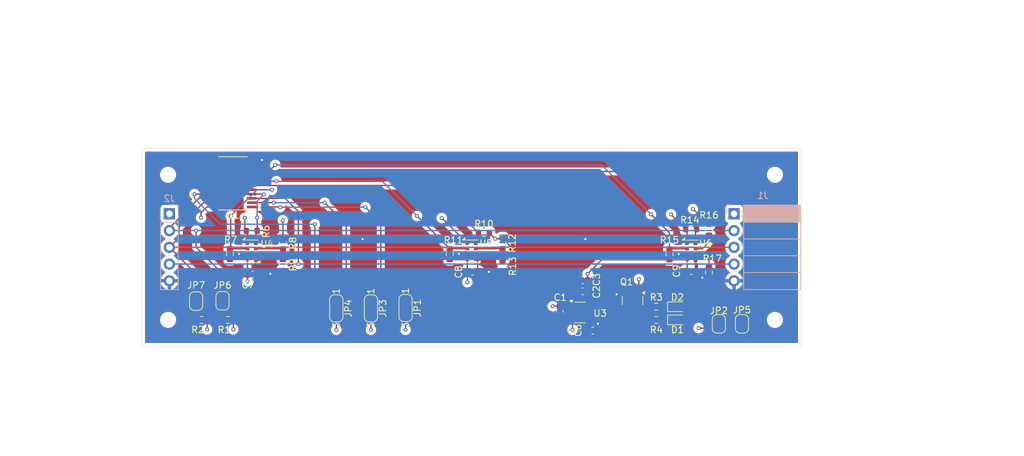
<source format=kicad_pcb>
(kicad_pcb (version 20240108) (generator "pcbnew") (generator_version "8.0")
  (layers (0 "F.Cu" signal) (1 "In1.Cu" power) (2 "In2.Cu" power) (31 "B.Cu" signal) (34 "B.Paste" user) (35 "F.Paste" user) (36 "B.SilkS" user "B.Silkscreen") (37 "F.SilkS" user "F.Silkscreen") (38 "B.Mask" user) (39 "F.Mask" user) (44 "Edge.Cuts" user))
  (net 0 "")
  (net 1 "GND")
  (net 2 "+1V8")
  (net 3 "Net-(D1-K)")
  (net 4 "Net-(D2-K)")
  (net 5 "/A0")
  (net 6 "/SDA_MASTER")
  (net 7 "/SCL_MASTER")
  (net 8 "/RESET")
  (net 9 "/A1")
  (net 10 "/A2")
  (net 11 "Net-(Q1-D)")
  (net 12 "/SD0")
  (net 13 "/SC0")
  (net 14 "/AS7341_0/INT")
  (net 15 "/SD1")
  (net 16 "/SC1")
  (net 17 "/AS7341_1/INT")
  (net 18 "/SD2")
  (net 19 "/SC2")
  (net 20 "/AS7341_2/INT")
  (net 21 "/SD3")
  (net 22 "/SC3")
  (net 23 "/SD4")
  (net 24 "/SC4")
  (net 25 "/SD5")
  (net 26 "/SC5")
  (net 27 "/SD6")
  (net 28 "/SC6")
  (net 29 "/SD7")
  (net 30 "/SC7")
  (net 31 "/AS7341_0/GPIO")
  (net 32 "/AS7341_1/GPIO")
  (net 33 "/AS7341_2/GPIO")
  (net 34 "VCC")
  (net 35 "Net-(D1-A)")
  (net 36 "Net-(D2-A)")
  (net 37 "Net-(U3-BP)")
  (net 38 "Net-(JP6-B)")
  (net 39 "Net-(JP7-B)")
  (footprint "Package_SO:TSSOP-24_4.4x7.8mm_P0.65mm" (layer "F.Cu") (at 153.5877 80.3 180)
    (property "Reference" "U1" (at 0 -4.85 180) (layer "F.SilkS"))
    (property "Value" "TCA9548APWR")
    (pad "1" smd roundrect (at -2.8625 -3.575 180) (size 1.475 0.4) (layers "F.Cu" "F.Paste" "F.Mask") (net 5 "/A0"))
    (pad "2" smd roundrect (at -2.8625 -2.925 180) (size 1.475 0.4) (layers "F.Cu" "F.Paste" "F.Mask") (net 9 "/A1"))
    (pad "3" smd roundrect (at -2.8625 -2.275 180) (size 1.475 0.4) (layers "F.Cu" "F.Paste" "F.Mask") (net 8 "/RESET"))
    (pad "4" smd roundrect (at -2.8625 -1.625 180) (size 1.475 0.4) (layers "F.Cu" "F.Paste" "F.Mask") (net 12 "/SD0"))
    (pad "5" smd roundrect (at -2.8625 -0.975 180) (size 1.475 0.4) (layers "F.Cu" "F.Paste" "F.Mask") (net 13 "/SC0"))
    (pad "6" smd roundrect (at -2.8625 -0.325 180) (size 1.475 0.4) (layers "F.Cu" "F.Paste" "F.Mask") (net 15 "/SD1"))
    (pad "7" smd roundrect (at -2.8625 0.325 180) (size 1.475 0.4) (layers "F.Cu" "F.Paste" "F.Mask") (net 16 "/SC1"))
    (pad "8" smd roundrect (at -2.8625 0.975 180) (size 1.475 0.4) (layers "F.Cu" "F.Paste" "F.Mask") (net 18 "/SD2"))
    (pad "9" smd roundrect (at -2.8625 1.625 180) (size 1.475 0.4) (layers "F.Cu" "F.Paste" "F.Mask") (net 19 "/SC2"))
    (pad "10" smd roundrect (at -2.8625 2.275 180) (size 1.475 0.4) (layers "F.Cu" "F.Paste" "F.Mask") (net 21 "/SD3"))
    (pad "11" smd roundrect (at -2.8625 2.925 180) (size 1.475 0.4) (layers "F.Cu" "F.Paste" "F.Mask") (net 22 "/SC3"))
    (pad "12" smd roundrect (at -2.8625 3.575 180) (size 1.475 0.4) (layers "F.Cu" "F.Paste" "F.Mask") (net 1 "GND"))
    (pad "13" smd roundrect (at 2.8625 3.575 180) (size 1.475 0.4) (layers "F.Cu" "F.Paste" "F.Mask") (net 23 "/SD4"))
    (pad "14" smd roundrect (at 2.8625 2.925 180) (size 1.475 0.4) (layers "F.Cu" "F.Paste" "F.Mask") (net 24 "/SC4"))
    (pad "15" smd roundrect (at 2.8625 2.275 180) (size 1.475 0.4) (layers "F.Cu" "F.Paste" "F.Mask") (net 25 "/SD5"))
    (pad "16" smd roundrect (at 2.8625 1.625 180) (size 1.475 0.4) (layers "F.Cu" "F.Paste" "F.Mask") (net 26 "/SC5"))
    (pad "17" smd roundrect (at 2.8625 0.975 180) (size 1.475 0.4) (layers "F.Cu" "F.Paste" "F.Mask") (net 27 "/SD6"))
    (pad "18" smd roundrect (at 2.8625 0.325 180) (size 1.475 0.4) (layers "F.Cu" "F.Paste" "F.Mask") (net 28 "/SC6"))
    (pad "19" smd roundrect (at 2.8625 -0.325 180) (size 1.475 0.4) (layers "F.Cu" "F.Paste" "F.Mask") (net 29 "/SD7"))
    (pad "20" smd roundrect (at 2.8625 -0.975 180) (size 1.475 0.4) (layers "F.Cu" "F.Paste" "F.Mask") (net 30 "/SC7"))
    (pad "21" smd roundrect (at 2.8625 -1.625 180) (size 1.475 0.4) (layers "F.Cu" "F.Paste" "F.Mask") (net 10 "/A2"))
    (pad "22" smd roundrect (at 2.8625 -2.275 180) (size 1.475 0.4) (layers "F.Cu" "F.Paste" "F.Mask") (net 7 "/SCL_MASTER"))
    (pad "23" smd roundrect (at 2.8625 -2.925 180) (size 1.475 0.4) (layers "F.Cu" "F.Paste" "F.Mask") (net 6 "/SDA_MASTER"))
    (pad "24" smd roundrect (at 2.8625 -3.575 180) (size 1.475 0.4) (layers "F.Cu" "F.Paste" "F.Mask") (net 34 "VCC"))
  )
  (footprint "Capacitor_SMD:C_0603_1608Metric" (layer "F.Cu") (at 189.9254 93.71 180)
    (property "Reference" "C8" (at 2.112566 -0.019179 90) (layer "F.SilkS"))
    (property "Value" "100nF")
    (pad "1" smd roundrect (at -0.775 0 180) (size 0.9 0.95) (layers "F.Cu" "F.Paste" "F.Mask") (net 1 "GND"))
    (pad "2" smd roundrect (at 0.775 0 180) (size 0.9 0.95) (layers "F.Cu" "F.Paste" "F.Mask") (net 2 "+1V8"))
  )
  (footprint "Package_TO_SOT_SMD:SOT-23-5" (layer "F.Cu") (at 206.220256 99.875379)
    (property "Reference" "U3" (at 3.054944 0.124621 0) (layer "F.SilkS"))
    (property "Value" "RT9193-18")
    (pad "1" smd roundrect (at -1.1375 -0.95) (size 1.325 0.6) (layers "F.Cu" "F.Paste" "F.Mask") (net 34 "VCC"))
    (pad "2" smd roundrect (at -1.1375 0) (size 1.325 0.6) (layers "F.Cu" "F.Paste" "F.Mask") (net 1 "GND"))
    (pad "3" smd roundrect (at -1.1375 0.95) (size 1.325 0.6) (layers "F.Cu" "F.Paste" "F.Mask") (net 34 "VCC"))
    (pad "4" smd roundrect (at 1.1375 0.95) (size 1.325 0.6) (layers "F.Cu" "F.Paste" "F.Mask") (net 37 "Net-(U3-BP)"))
    (pad "5" smd roundrect (at 1.1375 -0.95) (size 1.325 0.6) (layers "F.Cu" "F.Paste" "F.Mask") (net 2 "+1V8"))
  )
  (footprint "Resistor_SMD:R_0603_1608Metric" (layer "F.Cu") (at 225.7752 87.325 90)
    (property "Reference" "R16" (at 2.2 0 180) (layer "F.SilkS"))
    (property "Value" "10k")
    (pad "1" smd roundrect (at -0.825 0 90) (size 0.8 0.95) (layers "F.Cu" "F.Paste" "F.Mask") (net 20 "/AS7341_2/INT"))
    (pad "2" smd roundrect (at 0.825 0 90) (size 0.8 0.95) (layers "F.Cu" "F.Paste" "F.Mask") (net 2 "+1V8"))
  )
  (footprint "Package_LGA:AMS_OLGA-8_2x3.1mm_P0.8mm" (layer "F.Cu") (at 189.7752 90.6)
    (property "Reference" "U5" (at 2.2 -1.2 0) (layer "F.SilkS"))
    (property "Value" "AS7341DLG")
    (pad "1" smd roundrect (at -0.638 -1.2) (size 0.575 0.488) (layers "F.Cu" "F.Paste" "F.Mask") (roundrect_rratio 0) (chamfer_ratio 0.3625) (chamfer bottom_right) (net 2 "+1V8"))
    (pad "2" smd rect (at -0.638 -0.4) (size 0.575 0.488) (layers "F.Cu" "F.Paste" "F.Mask") (net 16 "/SC1"))
    (pad "3" smd rect (at -0.638 0.4) (size 0.575 0.488) (layers "F.Cu" "F.Paste" "F.Mask") (net 1 "GND"))
    (pad "4" smd rect (at -0.638 1.2) (size 0.575 0.488) (layers "F.Cu" "F.Paste" "F.Mask") (net 2 "+1V8"))
    (pad "5" smd rect (at 0.638 1.2) (size 0.575 0.488) (layers "F.Cu" "F.Paste" "F.Mask") (net 1 "GND"))
    (pad "6" smd rect (at 0.638 0.4) (size 0.575 0.488) (layers "F.Cu" "F.Paste" "F.Mask") (net 32 "/AS7341_1/GPIO"))
    (pad "7" smd rect (at 0.638 -0.4) (size 0.575 0.488) (layers "F.Cu" "F.Paste" "F.Mask") (net 17 "/AS7341_1/INT"))
    (pad "8" smd rect (at 0.638 -1.2) (size 0.575 0.488) (layers "F.Cu" "F.Paste" "F.Mask") (net 15 "/SD1"))
  )
  (footprint "Jumper:SolderJumper-2_P1.3mm_Open_RoundedPad1.0x1.5mm" (layer "F.Cu") (at 148.0252 98.15 -90)
    (property "Reference" "JP7" (at -2.4 0 180) (layer "F.SilkS"))
    (property "Value" "SolderJumper_2_Open")
    (pad "1" smd custom (at -0.65 0 270) (size 1 0.5) (layers "F.Cu" "F.Mask") (net 6 "/SDA_MASTER") (options (clearance outline) (anchor rect)) (primitives (gr_circle (center 0 0.25) (end 0.5 0.25) (width 0) (fill yes)) (gr_circle (center 0 -0.25) (end 0.5 -0.25) (width 0) (fill yes)) (gr_poly (pts (xy 0.5 0.75) (xy 0 0.75) (xy 0 -0.75) (xy 0.5 -0.75)) (width 0) (fill yes))))
    (pad "2" smd custom (at 0.65 0 270) (size 1 0.5) (layers "F.Cu" "F.Mask") (net 39 "Net-(JP7-B)") (options (clearance outline) (anchor rect)) (primitives (gr_circle (center 0 0.25) (end 0.5 0.25) (width 0) (fill yes)) (gr_circle (center 0 -0.25) (end 0.5 -0.25) (width 0) (fill yes)) (gr_poly (pts (xy 0 0.75) (xy -0.5 0.75) (xy -0.5 -0.75) (xy 0 -0.75)) (width 0) (fill yes))))
  )
  (footprint "Package_LGA:AMS_OLGA-8_2x3.1mm_P0.8mm" (layer "F.Cu") (at 223.099345 90.618338)
    (property "Reference" "U6" (at 2.175855 -1.218338 0) (layer "F.SilkS"))
    (property "Value" "AS7341DLG")
    (pad "1" smd roundrect (at -0.638 -1.2) (size 0.575 0.488) (layers "F.Cu" "F.Paste" "F.Mask") (roundrect_rratio 0) (chamfer_ratio 0.3625) (chamfer bottom_right) (net 2 "+1V8"))
    (pad "2" smd rect (at -0.638 -0.4) (size 0.575 0.488) (layers "F.Cu" "F.Paste" "F.Mask") (net 19 "/SC2"))
    (pad "3" smd rect (at -0.638 0.4) (size 0.575 0.488) (layers "F.Cu" "F.Paste" "F.Mask") (net 1 "GND"))
    (pad "4" smd rect (at -0.638 1.2) (size 0.575 0.488) (layers "F.Cu" "F.Paste" "F.Mask") (net 2 "+1V8"))
    (pad "5" smd rect (at 0.638 1.2) (size 0.575 0.488) (layers "F.Cu" "F.Paste" "F.Mask") (net 1 "GND"))
    (pad "6" smd rect (at 0.638 0.4) (size 0.575 0.488) (layers "F.Cu" "F.Paste" "F.Mask") (net 33 "/AS7341_2/GPIO"))
    (pad "7" smd rect (at 0.638 -0.4) (size 0.575 0.488) (layers "F.Cu" "F.Paste" "F.Mask") (net 20 "/AS7341_2/INT"))
    (pad "8" smd rect (at 0.638 -1.2) (size 0.575 0.488) (layers "F.Cu" "F.Paste" "F.Mask") (net 18 "/SD2"))
  )
  (footprint "Resistor_SMD:R_0603_1608Metric" (layer "F.Cu") (at 223.0752 87.249044 180)
    (property "Reference" "R14" (at 0.2 1.397617 0) (layer "F.SilkS"))
    (property "Value" "4.7k")
    (pad "1" smd roundrect (at -0.825 0 180) (size 0.8 0.95) (layers "F.Cu" "F.Paste" "F.Mask") (net 18 "/SD2"))
    (pad "2" smd roundrect (at 0.825 0 180) (size 0.8 0.95) (layers "F.Cu" "F.Paste" "F.Mask") (net 2 "+1V8"))
  )
  (footprint "Package_LGA:AMS_OLGA-8_2x3.1mm_P0.8mm" (layer "F.Cu") (at 156.4452 90.6)
    (property "Reference" "U4" (at 2.33 -1.1 0) (layer "F.SilkS"))
    (property "Value" "AS7341DLG")
    (pad "1" smd roundrect (at -0.638 -1.2) (size 0.575 0.488) (layers "F.Cu" "F.Paste" "F.Mask") (roundrect_rratio 0) (chamfer_ratio 0.3625) (chamfer bottom_right) (net 2 "+1V8"))
    (pad "2" smd rect (at -0.638 -0.4) (size 0.575 0.488) (layers "F.Cu" "F.Paste" "F.Mask") (net 13 "/SC0"))
    (pad "3" smd rect (at -0.638 0.4) (size 0.575 0.488) (layers "F.Cu" "F.Paste" "F.Mask") (net 1 "GND"))
    (pad "4" smd rect (at -0.638 1.2) (size 0.575 0.488) (layers "F.Cu" "F.Paste" "F.Mask") (net 2 "+1V8"))
    (pad "5" smd rect (at 0.638 1.2) (size 0.575 0.488) (layers "F.Cu" "F.Paste" "F.Mask") (net 1 "GND"))
    (pad "6" smd rect (at 0.638 0.4) (size 0.575 0.488) (layers "F.Cu" "F.Paste" "F.Mask") (net 31 "/AS7341_0/GPIO"))
    (pad "7" smd rect (at 0.638 -0.4) (size 0.575 0.488) (layers "F.Cu" "F.Paste" "F.Mask") (net 14 "/AS7341_0/INT"))
    (pad "8" smd rect (at 0.638 -1.2) (size 0.575 0.488) (layers "F.Cu" "F.Paste" "F.Mask") (net 12 "/SD0"))
  )
  (footprint "Jumper:SolderJumper-2_P1.3mm_Bridged_RoundedPad1.0x1.5mm" (layer "F.Cu") (at 230.7752 101.6 -90)
    (property "Reference" "JP5" (at -2.1 0 180) (layer "F.SilkS"))
    (property "Value" "SolderJumper_2_Bridged")
    (fp_poly (pts (xy 0.25 -0.3) (xy -0.25 -0.3) (xy -0.25 0.3) (xy 0.25 0.3)) (fill solid) (layer "F.Cu"))
    (pad "1" smd custom (at -0.65 0 270) (size 1 0.5) (layers "F.Cu" "F.Mask") (net 36 "Net-(D2-A)") (options (clearance outline) (anchor rect)) (primitives (gr_circle (center 0 0.25) (end 0.5 0.25) (width 0) (fill yes)) (gr_circle (center 0 -0.25) (end 0.5 -0.25) (width 0) (fill yes)) (gr_poly (pts (xy 0.5 0.75) (xy 0 0.75) (xy 0 -0.75) (xy 0.5 -0.75)) (width 0) (fill yes))))
    (pad "2" smd custom (at 0.65 0 270) (size 1 0.5) (layers "F.Cu" "F.Mask") (net 34 "VCC") (options (clearance outline) (anchor rect)) (primitives (gr_circle (center 0 0.25) (end 0.5 0.25) (width 0) (fill yes)) (gr_circle (center 0 -0.25) (end 0.5 -0.25) (width 0) (fill yes)) (gr_poly (pts (xy 0 0.75) (xy -0.5 0.75) (xy -0.5 -0.75) (xy 0 -0.75)) (width 0) (fill yes))))
  )
  (footprint "Capacitor_SMD:C_0603_1608Metric" (layer "F.Cu") (at 206.601101 96.681545 180)
    (property "Reference" "C2" (at -2.135 -0.1 -90) (layer "F.SilkS"))
    (property "Value" "1uF")
    (pad "1" smd roundrect (at -0.775 0 180) (size 0.9 0.95) (layers "F.Cu" "F.Paste" "F.Mask") (net 2 "+1V8"))
    (pad "2" smd roundrect (at 0.775 0 180) (size 0.9 0.95) (layers "F.Cu" "F.Paste" "F.Mask") (net 1 "GND"))
  )
  (footprint "MountingHole:MountingHole_2.2mm_M2" (layer "F.Cu") (at 235.7752 101)
    (property "Reference" "REF**" (hide yes))
    (property "Value" "MountingHole_2.2mm_M2")
    (pad "" np_thru_hole circle (at 0 0) (size 2.2 2.2) (drill 2.2) (layers "*.Mask" "F.Cu" "In1.Cu" "In2.Cu" "B.Cu"))
  )
  (footprint "Diode_SMD:D_0603_1608Metric" (layer "F.Cu") (at 220.9877 99)
    (property "Reference" "D2" (at 0 -1.43 0) (layer "F.SilkS"))
    (property "Value" "RED")
    (pad "1" smd roundrect (at -0.7875 0) (size 0.875 0.95) (layers "F.Cu" "F.Paste" "F.Mask") (net 4 "Net-(D2-K)"))
    (pad "2" smd roundrect (at 0.7875 0) (size 0.875 0.95) (layers "F.Cu" "F.Paste" "F.Mask") (net 36 "Net-(D2-A)"))
  )
  (footprint "MountingHole:MountingHole_2.2mm_M2" (layer "F.Cu") (at 235.7752 79)
    (property "Reference" "REF**" (hide yes))
    (property "Value" "MountingHole_2.2mm_M2")
    (pad "" np_thru_hole circle (at 0 0) (size 2.2 2.2) (drill 2.2) (layers "*.Mask" "F.Cu" "In1.Cu" "In2.Cu" "B.Cu"))
  )
  (footprint "Resistor_SMD:R_0603_1608Metric" (layer "F.Cu") (at 194.4752 92.875 90)
    (property "Reference" "R13" (at 0 1.55 90) (layer "F.SilkS"))
    (property "Value" "10k")
    (pad "1" smd roundrect (at -0.825 0 90) (size 0.8 0.95) (layers "F.Cu" "F.Paste" "F.Mask") (net 1 "GND"))
    (pad "2" smd roundrect (at 0.825 0 90) (size 0.8 0.95) (layers "F.Cu" "F.Paste" "F.Mask") (net 32 "/AS7341_1/GPIO"))
  )
  (footprint "Resistor_SMD:R_0603_1608Metric" (layer "F.Cu") (at 153.1452 91.025 -90)
    (property "Reference" "R7" (at -2.175 -0.1 180) (layer "F.SilkS"))
    (property "Value" "4.7k")
    (pad "1" smd roundrect (at -0.825 0 270) (size 0.8 0.95) (layers "F.Cu" "F.Paste" "F.Mask") (net 13 "/SC0"))
    (pad "2" smd roundrect (at 0.825 0 270) (size 0.8 0.95) (layers "F.Cu" "F.Paste" "F.Mask") (net 2 "+1V8"))
  )
  (footprint "Capacitor_SMD:C_0603_1608Metric" (layer "F.Cu") (at 206.601101 94.981545 180)
    (property "Reference" "C3" (at -2.135 0.1 -90) (layer "F.SilkS"))
    (property "Value" "100nF")
    (pad "1" smd roundrect (at -0.775 0 180) (size 0.9 0.95) (layers "F.Cu" "F.Paste" "F.Mask") (net 2 "+1V8"))
    (pad "2" smd roundrect (at 0.775 0 180) (size 0.9 0.95) (layers "F.Cu" "F.Paste" "F.Mask") (net 1 "GND"))
  )
  (footprint "MountingHole:MountingHole_2.2mm_M2" (layer "F.Cu") (at 143.7752 101)
    (property "Reference" "REF**" (hide yes))
    (property "Value" "MountingHole_2.2mm_M2")
    (pad "" np_thru_hole circle (at 0 0) (size 2.2 2.2) (drill 2.2) (layers "*.Mask" "F.Cu" "In1.Cu" "In2.Cu" "B.Cu"))
  )
  (footprint "Resistor_SMD:R_0603_1608Metric" (layer "F.Cu") (at 156.452129 87.5 180)
    (property "Reference" "R6" (at -2.175 -0.1 -90) (layer "F.SilkS"))
    (property "Value" "4.7k")
    (pad "1" smd roundrect (at -0.825 0 180) (size 0.8 0.95) (layers "F.Cu" "F.Paste" "F.Mask") (net 12 "/SD0"))
    (pad "2" smd roundrect (at 0.825 0 180) (size 0.8 0.95) (layers "F.Cu" "F.Paste" "F.Mask") (net 2 "+1V8"))
  )
  (footprint "Jumper:SolderJumper-2_P1.3mm_Bridged_RoundedPad1.0x1.5mm" (layer "F.Cu") (at 227.2752 101.6 -90)
    (property "Reference" "JP2" (at -2 0 180) (layer "F.SilkS"))
    (property "Value" "SolderJumper_2_Bridged")
    (fp_poly (pts (xy 0.25 -0.3) (xy -0.25 -0.3) (xy -0.25 0.3) (xy 0.25 0.3)) (fill solid) (layer "F.Cu"))
    (pad "1" smd custom (at -0.65 0 270) (size 1 0.5) (layers "F.Cu" "F.Mask") (net 35 "Net-(D1-A)") (options (clearance outline) (anchor rect)) (primitives (gr_circle (center 0 0.25) (end 0.5 0.25) (width 0) (fill yes)) (gr_circle (center 0 -0.25) (end 0.5 -0.25) (width 0) (fill yes)) (gr_poly (pts (xy 0.5 0.75) (xy 0 0.75) (xy 0 -0.75) (xy 0.5 -0.75)) (width 0) (fill yes))))
    (pad "2" smd custom (at 0.65 0 270) (size 1 0.5) (layers "F.Cu" "F.Mask") (net 34 "VCC") (options (clearance outline) (anchor rect)) (primitives (gr_circle (center 0 0.25) (end 0.5 0.25) (width 0) (fill yes)) (gr_circle (center 0 -0.25) (end 0.5 -0.25) (width 0) (fill yes)) (gr_poly (pts (xy 0 0.75) (xy -0.5 0.75) (xy -0.5 -0.75) (xy 0 -0.75)) (width 0) (fill yes))))
  )
  (footprint "Package_TO_SOT_SMD:SOT-23" (layer "F.Cu") (at 214.1877 98.0625 -90)
    (property "Reference" "Q1" (at -2.8125 0.9 180) (layer "F.SilkS"))
    (property "Value" "AO3400A")
    (pad "1" smd roundrect (at -0.9375 -0.95 270) (size 1.475 0.6) (layers "F.Cu" "F.Paste" "F.Mask") (net 2 "+1V8"))
    (pad "2" smd roundrect (at -0.9375 0.95 270) (size 1.475 0.6) (layers "F.Cu" "F.Paste" "F.Mask") (net 1 "GND"))
    (pad "3" smd roundrect (at 0.9375 0 270) (size 1.475 0.6) (layers "F.Cu" "F.Paste" "F.Mask") (net 11 "Net-(Q1-D)"))
  )
  (footprint "Capacitor_SMD:C_0603_1608Metric" (layer "F.Cu") (at 223.1002 93.6 180)
    (property "Reference" "C9" (at 2.225 0 -90) (layer "F.SilkS"))
    (property "Value" "100nF")
    (pad "1" smd roundrect (at -0.775 0 180) (size 0.9 0.95) (layers "F.Cu" "F.Paste" "F.Mask") (net 1 "GND"))
    (pad "2" smd roundrect (at 0.775 0 180) (size 0.9 0.95) (layers "F.Cu" "F.Paste" "F.Mask") (net 2 "+1V8"))
  )
  (footprint "Capacitor_SMD:C_0603_1608Metric" (layer "F.Cu") (at 156.587269 94.139534 180)
    (property "Reference" "C7" (at 0.717069 -1.575 180) (layer "F.SilkS"))
    (property "Value" "100nF")
    (pad "1" smd roundrect (at -0.775 0 180) (size 0.9 0.95) (layers "F.Cu" "F.Paste" "F.Mask") (net 1 "GND"))
    (pad "2" smd roundrect (at 0.775 0 180) (size 0.9 0.95) (layers "F.Cu" "F.Paste" "F.Mask") (net 2 "+1V8"))
  )
  (footprint "Resistor_SMD:R_0603_1608Metric" (layer "F.Cu") (at 161.1952 92.675 90)
    (property "Reference" "R9" (at 0 1.525 -90) (layer "F.SilkS"))
    (property "Value" "10k")
    (pad "1" smd roundrect (at -0.825 0 90) (size 0.8 0.95) (layers "F.Cu" "F.Paste" "F.Mask") (net 1 "GND"))
    (pad "2" smd roundrect (at 0.825 0 90) (size 0.8 0.95) (layers "F.Cu" "F.Paste" "F.Mask") (net 31 "/AS7341_0/GPIO"))
  )
  (footprint "Jumper:SolderJumper-2_P1.3mm_Open_RoundedPad1.0x1.5mm" (layer "F.Cu") (at 152.0252 98.1 -90)
    (property "Reference" "JP6" (at -2.35 0 180) (layer "F.SilkS"))
    (property "Value" "SolderJumper_2_Open")
    (pad "1" smd custom (at -0.65 0 270) (size 1 0.5) (layers "F.Cu" "F.Mask") (net 7 "/SCL_MASTER") (options (clearance outline) (anchor rect)) (primitives (gr_circle (center 0 0.25) (end 0.5 0.25) (width 0) (fill yes)) (gr_circle (center 0 -0.25) (end 0.5 -0.25) (width 0) (fill yes)) (gr_poly (pts (xy 0.5 0.75) (xy 0 0.75) (xy 0 -0.75) (xy 0.5 -0.75)) (width 0) (fill yes))))
    (pad "2" smd custom (at 0.65 0 270) (size 1 0.5) (layers "F.Cu" "F.Mask") (net 38 "Net-(JP6-B)") (options (clearance outline) (anchor rect)) (primitives (gr_circle (center 0 0.25) (end 0.5 0.25) (width 0) (fill yes)) (gr_circle (center 0 -0.25) (end 0.5 -0.25) (width 0) (fill yes)) (gr_poly (pts (xy 0 0.75) (xy -0.5 0.75) (xy -0.5 -0.75) (xy 0 -0.75)) (width 0) (fill yes))))
  )
  (footprint "Jumper:SolderJumper-3_P1.3mm_Open_RoundedPad1.0x1.5mm_NumberLabels" (layer "F.Cu") (at 179.7752 99.2 -90)
    (property "Reference" "JP1" (at 0 -1.8 90) (layer "F.SilkS"))
    (property "Value" "SolderJumper_3_Open")
    (fp_text user "1" (at -2.6 0 90) (layer "F.SilkS"))
    (fp_text user "3" (at 2.6 0 90) (layer "F.SilkS"))
    (pad "1" smd custom (at -1.3 0 270) (size 1 0.5) (layers "F.Cu" "F.Mask") (net 1 "GND") (options (clearance outline) (anchor rect)) (primitives (gr_circle (center 0 0.25) (end 0.5 0.25) (width 0) (fill yes)) (gr_circle (center 0 -0.25) (end 0.5 -0.25) (width 0) (fill yes)) (gr_poly (pts (xy 0.55 0.75) (xy 0 0.75) (xy 0 -0.75) (xy 0.55 -0.75)) (width 0) (fill yes))))
    (pad "2" smd rect (at 0 0 270) (size 1 1.5) (layers "F.Cu" "F.Mask") (net 5 "/A0"))
    (pad "3" smd custom (at 1.3 0 270) (size 1 0.5) (layers "F.Cu" "F.Mask") (net 34 "VCC") (options (clearance outline) (anchor rect)) (primitives (gr_circle (center 0 0.25) (end 0.5 0.25) (width 0) (fill yes)) (gr_circle (center 0 -0.25) (end 0.5 -0.25) (width 0) (fill yes)) (gr_poly (pts (xy 0 0.75) (xy -0.55 0.75) (xy -0.55 -0.75) (xy 0 -0.75)) (width 0) (fill yes))))
  )
  (footprint "Resistor_SMD:R_0603_1608Metric" (layer "F.Cu") (at 161.1952 89.4 90)
    (property "Reference" "R8" (at 0.025 1.5 -90) (layer "F.SilkS"))
    (property "Value" "10k")
    (pad "1" smd roundrect (at -0.825 0 90) (size 0.8 0.95) (layers "F.Cu" "F.Paste" "F.Mask") (net 14 "/AS7341_0/INT"))
    (pad "2" smd roundrect (at 0.825 0 90) (size 0.8 0.95) (layers "F.Cu" "F.Paste" "F.Mask") (net 2 "+1V8"))
  )
  (footprint "Resistor_SMD:R_0603_1608Metric" (layer "F.Cu") (at 219.790961 91.061177 -90)
    (property "Reference" "R15" (at -2.167839 0.015761 0) (layer "F.SilkS"))
    (property "Value" "4.7k")
    (pad "1" smd roundrect (at -0.825 0 270) (size 0.8 0.95) (layers "F.Cu" "F.Paste" "F.Mask") (net 19 "/SC2"))
    (pad "2" smd roundrect (at 0.825 0 270) (size 0.8 0.95) (layers "F.Cu" "F.Paste" "F.Mask") (net 2 "+1V8"))
  )
  (footprint "Resistor_SMD:R_0603_1608Metric" (layer "F.Cu") (at 191.6502 87.8)
    (property "Reference" "R10" (at 0.012076 -1.351109 0) (layer "F.SilkS"))
    (property "Value" "4.7k")
    (pad "1" smd roundrect (at -0.825 0) (size 0.8 0.95) (layers "F.Cu" "F.Paste" "F.Mask") (net 15 "/SD1"))
    (pad "2" smd roundrect (at 0.825 0) (size 0.8 0.95) (layers "F.Cu" "F.Paste" "F.Mask") (net 2 "+1V8"))
  )
  (footprint "Resistor_SMD:R_0603_1608Metric" (layer "F.Cu") (at 152.8502 101)
    (property "Reference" "R1" (at -0.575 1.5 180) (layer "F.SilkS"))
    (property "Value" "4.7k")
    (pad "1" smd roundrect (at -0.825 0) (size 0.8 0.95) (layers "F.Cu" "F.Paste" "F.Mask") (net 38 "Net-(JP6-B)"))
    (pad "2" smd roundrect (at 0.825 0) (size 0.8 0.95) (layers "F.Cu" "F.Paste" "F.Mask") (net 34 "VCC"))
  )
  (footprint "Resistor_SMD:R_0603_1608Metric" (layer "F.Cu") (at 148.8502 101)
    (property "Reference" "R2" (at -0.575 1.5 180) (layer "F.SilkS"))
    (property "Value" "4.7k")
    (pad "1" smd roundrect (at -0.825 0) (size 0.8 0.95) (layers "F.Cu" "F.Paste" "F.Mask") (net 39 "Net-(JP7-B)"))
    (pad "2" smd roundrect (at 0.825 0) (size 0.8 0.95) (layers "F.Cu" "F.Paste" "F.Mask") (net 34 "VCC"))
  )
  (footprint "MountingHole:MountingHole_2.2mm_M2" (layer "F.Cu") (at 143.7752 79)
    (property "Reference" "REF**" (hide yes))
    (property "Value" "MountingHole_2.2mm_M2")
    (pad "" np_thru_hole circle (at 0 0) (size 2.2 2.2) (drill 2.2) (layers "*.Mask" "F.Cu" "In1.Cu" "In2.Cu" "B.Cu"))
  )
  (footprint "Resistor_SMD:R_0603_1608Metric" (layer "F.Cu") (at 194.4752 89.375 90)
    (property "Reference" "R12" (at 0 1.475 -90) (layer "F.SilkS"))
    (property "Value" "10k")
    (pad "1" smd roundrect (at -0.825 0 90) (size 0.8 0.95) (layers "F.Cu" "F.Paste" "F.Mask") (net 17 "/AS7341_1/INT"))
    (pad "2" smd roundrect (at 0.825 0 90) (size 0.8 0.95) (layers "F.Cu" "F.Paste" "F.Mask") (net 2 "+1V8"))
  )
  (footprint "Resistor_SMD:R_0603_1608Metric" (layer "F.Cu") (at 217.8002 101)
    (property "Reference" "R4" (at 0 1.5 0) (layer "F.SilkS"))
    (property "Value" "4.7k")
    (pad "1" smd roundrect (at -0.825 0) (size 0.8 0.95) (layers "F.Cu" "F.Paste" "F.Mask") (net 1 "GND"))
    (pad "2" smd roundrect (at 0.825 0) (size 0.8 0.95) (layers "F.Cu" "F.Paste" "F.Mask") (net 3 "Net-(D1-K)"))
  )
  (footprint "Capacitor_SMD:C_0603_1608Metric" (layer "F.Cu") (at 208.157756 102.625379)
    (property "Reference" "C6" (at -2.232556 -0.035379 90) (layer "F.SilkS"))
    (property "Value" "22nF")
    (pad "1" smd roundrect (at -0.775 0) (size 0.9 0.95) (layers "F.Cu" "F.Paste" "F.Mask") (net 37 "Net-(U3-BP)"))
    (pad "2" smd roundrect (at 0.775 0) (size 0.9 0.95) (layers "F.Cu" "F.Paste" "F.Mask") (net 1 "GND"))
  )
  (footprint "Jumper:SolderJumper-3_P1.3mm_Open_RoundedPad1.0x1.5mm_NumberLabels" (layer "F.Cu") (at 169.2752 99.25 -90)
    (property "Reference" "JP4" (at 0 -1.8 90) (layer "F.SilkS"))
    (property "Value" "SolderJumper_3_Open")
    (fp_text user "3" (at 2.6 0 90) (layer "F.SilkS"))
    (fp_text user "1" (at -2.6 0 90) (layer "F.SilkS"))
    (pad "1" smd custom (at -1.3 0 270) (size 1 0.5) (layers "F.Cu" "F.Mask") (net 1 "GND") (options (clearance outline) (anchor rect)) (primitives (gr_circle (center 0 0.25) (end 0.5 0.25) (width 0) (fill yes)) (gr_circle (center 0 -0.25) (end 0.5 -0.25) (width 0) (fill yes)) (gr_poly (pts (xy 0.55 0.75) (xy 0 0.75) (xy 0 -0.75) (xy 0.55 -0.75)) (width 0) (fill yes))))
    (pad "2" smd rect (at 0 0 270) (size 1 1.5) (layers "F.Cu" "F.Mask") (net 10 "/A2"))
    (pad "3" smd custom (at 1.3 0 270) (size 1 0.5) (layers "F.Cu" "F.Mask") (net 34 "VCC") (options (clearance outline) (anchor rect)) (primitives (gr_circle (center 0 0.25) (end 0.5 0.25) (width 0) (fill yes)) (gr_circle (center 0 -0.25) (end 0.5 -0.25) (width 0) (fill yes)) (gr_poly (pts (xy 0 0.75) (xy -0.55 0.75) (xy -0.55 -0.75) (xy 0 -0.75)) (width 0) (fill yes))))
  )
  (footprint "Resistor_SMD:R_0603_1608Metric" (layer "F.Cu") (at 186.4752 91.035 -90)
    (property "Reference" "R11" (at -2.135 -0.55 0) (layer "F.SilkS"))
    (property "Value" "4.7k")
    (pad "1" smd roundrect (at -0.825 0 270) (size 0.8 0.95) (layers "F.Cu" "F.Paste" "F.Mask") (net 16 "/SC1"))
    (pad "2" smd roundrect (at 0.825 0 270) (size 0.8 0.95) (layers "F.Cu" "F.Paste" "F.Mask") (net 2 "+1V8"))
  )
  (footprint "Resistor_SMD:R_0603_1608Metric" (layer "F.Cu") (at 225.7752 93.8 90)
    (property "Reference" "R17" (at 2.1 0.5 0) (layer "F.SilkS"))
    (property "Value" "10k")
    (pad "1" smd roundrect (at -0.825 0 90) (size 0.8 0.95) (layers "F.Cu" "F.Paste" "F.Mask") (net 1 "GND"))
    (pad "2" smd roundrect (at 0.825 0 90) (size 0.8 0.95) (layers "F.Cu" "F.Paste" "F.Mask") (net 33 "/AS7341_2/GPIO"))
  )
  (footprint "Capacitor_SMD:C_0603_1608Metric" (layer "F.Cu") (at 203.157756 99.700379 -90)
    (property "Reference" "C1" (at -2.110379 -0.067444 180) (layer "F.SilkS"))
    (property "Value" "1uF")
    (pad "1" smd roundrect (at -0.775 0 270) (size 0.9 0.95) (layers "F.Cu" "F.Paste" "F.Mask") (net 34 "VCC"))
    (pad "2" smd roundrect (at 0.775 0 270) (size 0.9 0.95) (layers "F.Cu" "F.Paste" "F.Mask") (net 1 "GND"))
  )
  (footprint "Diode_SMD:D_0603_1608Metric" (layer "F.Cu") (at 221.0002 101)
    (property "Reference" "D1" (at 0 1.5 0) (layer "F.SilkS"))
    (property "Value" "RED")
    (pad "1" smd roundrect (at -0.7875 0) (size 0.875 0.95) (layers "F.Cu" "F.Paste" "F.Mask") (net 3 "Net-(D1-K)"))
    (pad "2" smd roundrect (at 0.7875 0) (size 0.875 0.95) (layers "F.Cu" "F.Paste" "F.Mask") (net 35 "Net-(D1-A)"))
  )
  (footprint "Jumper:SolderJumper-3_P1.3mm_Open_RoundedPad1.0x1.5mm_NumberLabels" (layer "F.Cu") (at 174.5252 99.25 -90)
    (property "Reference" "JP3" (at 0 -1.8 90) (layer "F.SilkS"))
    (property "Value" "SolderJumper_3_Open")
    (fp_text user "3" (at 2.6 0 90) (layer "F.SilkS"))
    (fp_text user "1" (at -2.6 0 90) (layer "F.SilkS"))
    (pad "1" smd custom (at -1.3 0 270) (size 1 0.5) (layers "F.Cu" "F.Mask") (net 1 "GND") (options (clearance outline) (anchor rect)) (primitives (gr_circle (center 0 0.25) (end 0.5 0.25) (width 0) (fill yes)) (gr_circle (center 0 -0.25) (end 0.5 -0.25) (width 0) (fill yes)) (gr_poly (pts (xy 0.55 0.75) (xy 0 0.75) (xy 0 -0.75) (xy 0.55 -0.75)) (width 0) (fill yes))))
    (pad "2" smd rect (at 0 0 270) (size 1 1.5) (layers "F.Cu" "F.Mask") (net 9 "/A1"))
    (pad "3" smd custom (at 1.3 0 270) (size 1 0.5) (layers "F.Cu" "F.Mask") (net 34 "VCC") (options (clearance outline) (anchor rect)) (primitives (gr_circle (center 0 0.25) (end 0.5 0.25) (width 0) (fill yes)) (gr_circle (center 0 -0.25) (end 0.5 -0.25) (width 0) (fill yes)) (gr_poly (pts (xy 0 0.75) (xy -0.55 0.75) (xy -0.55 -0.75) (xy 0 -0.75)) (width 0) (fill yes))))
  )
  (footprint "Resistor_SMD:R_0603_1608Metric" (layer "F.Cu") (at 217.7877 99)
    (property "Reference" "R3" (at 0 -1.43 0) (layer "F.SilkS"))
    (property "Value" "4.7k")
    (pad "1" smd roundrect (at -0.825 0) (size 0.8 0.95) (layers "F.Cu" "F.Paste" "F.Mask") (net 11 "Net-(Q1-D)"))
    (pad "2" smd roundrect (at 0.825 0) (size 0.8 0.95) (layers "F.Cu" "F.Paste" "F.Mask") (net 4 "Net-(D2-K)"))
  )
  (footprint "Connector_PinHeader_2.54mm:PinHeader_1x05_P2.54mm_Vertical" (layer "B.Cu") (at 143.9752 84.92 180)
    (property "Reference" "J2" (at 0 2.33 180) (layer "B.SilkS") (effects (justify mirror)))
    (property "Value" "Conn_01x05_Pin")
    (pad "1" thru_hole rect (at 0 0 180) (size 1.7 1.7) (drill 1) (layers "*.Cu" "*.Mask") (net 34 "VCC"))
    (pad "2" thru_hole oval (at 0 -2.54 180) (size 1.7 1.7) (drill 1) (layers "*.Cu" "*.Mask") (net 7 "/SCL_MASTER"))
    (pad "3" thru_hole oval (at 0 -5.08 180) (size 1.7 1.7) (drill 1) (layers "*.Cu" "*.Mask") (net 6 "/SDA_MASTER"))
    (pad "4" thru_hole oval (at 0 -7.62 180) (size 1.7 1.7) (drill 1) (layers "*.Cu" "*.Mask") (net 8 "/RESET"))
    (pad "5" thru_hole oval (at 0 -10.16 180) (size 1.7 1.7) (drill 1) (layers "*.Cu" "*.Mask") (net 1 "GND"))
  )
  (footprint "Connector_PinSocket_2.54mm:PinSocket_1x05_P2.54mm_Horizontal" (layer "B.Cu") (at 229.5752 84.92 180)
    (property "Reference" "J1" (at -4.38 2.77 180) (layer "B.SilkS") (effects (justify mirror)))
    (property "Value" "Conn_01x05_Pin")
    (pad "1" thru_hole rect (at 0 0 180) (size 1.7 1.7) (drill 1) (layers "*.Cu" "*.Mask") (net 34 "VCC"))
    (pad "2" thru_hole oval (at 0 -2.54 180) (size 1.7 1.7) (drill 1) (layers "*.Cu" "*.Mask") (net 7 "/SCL_MASTER"))
    (pad "3" thru_hole oval (at 0 -5.08 180) (size 1.7 1.7) (drill 1) (layers "*.Cu" "*.Mask") (net 6 "/SDA_MASTER"))
    (pad "4" thru_hole oval (at 0 -7.62 180) (size 1.7 1.7) (drill 1) (layers "*.Cu" "*.Mask") (net 8 "/RESET"))
    (pad "5" thru_hole oval (at 0 -10.16 180) (size 1.7 1.7) (drill 1) (layers "*.Cu" "*.Mask") (net 1 "GND"))
  )
  (gr_rect (start 139.7752 75) (end 239.7752 105) (stroke (width 0.05)) (fill none) (layer "Edge.Cuts"))
  (segment (start 223.737345 93.512855) (end 223.737345 91.818338) (width 0.2) (layer "F.Cu") (net 1))
  (segment (start 222.461345 91.018338) (end 221.205037 91.018338) (width 0.2) (layer "F.Cu") (net 1))
  (segment (start 224.7752 94.55071) (end 223.82449 93.6) (width 0.2) (layer "F.Cu") (net 1))
  (segment (start 202.101469 101.537572) (end 202.101469 101.531666) (width 0.2) (layer "F.Cu") (net 1))
  (segment (start 155.8072 91) (end 154.5252 91) (width 0.2) (layer "F.Cu") (net 1))
  (segment (start 221.205037 91.018338) (end 221.192867 91.006168) (width 0.2) (layer "F.Cu") (net 1))
  (segment (start 190.7004 93.71) (end 190.7004 92.0872) (width 0.2) (layer "F.Cu") (net 1))
  (segment (start 203.757756 99.875379) (end 203.157756 100.475379) (width 0.2) (layer "F.Cu") (net 1))
  (segment (start 143.9052 95.13) (end 143.9052 95.07) (width 0.2) (layer "F.Cu") (net 1))
  (segment (start 192.404755 93.71) (end 192.414755 93.7) (width 0.2) (layer "F.Cu") (net 1))
  (segment (start 189.1372 91) (end 187.863225 91) (width 0.2) (layer "F.Cu") (net 1))
  (segment (start 190.7004 92.0872) (end 190.4132 91.8) (width 0.2) (layer "F.Cu") (net 1))
  (segment (start 192.414755 93.7) (end 194.4752 93.7) (width 0.2) (layer "F.Cu") (net 1))
  (segment (start 158.0002 76.725) (end 158.0252 76.75) (width 0.2) (layer "F.Cu") (net 1))
  (segment (start 208.933802 101.563077) (end 208.933802 102.624333) (width 0.2) (layer "F.Cu") (net 1))
  (segment (start 208.933802 102.624333) (end 208.932756 102.625379) (width 0.2) (layer "F.Cu") (net 1))
  (segment (start 205.826101 96.681545) (end 205.826101 94.981545) (width 0.2) (layer "F.Cu") (net 1))
  (segment (start 205.082756 99.875379) (end 203.757756 99.875379) (width 0.2) (layer "F.Cu") (net 1))
  (segment (start 187.863225 91) (end 187.860794 91.002431) (width 0.2) (layer "F.Cu") (net 1))
  (segment (start 156.4502 76.725) (end 158.0002 76.725) (width 0.2) (layer "F.Cu") (net 1))
  (segment (start 224.7752 94.6) (end 225.7502 94.6) (width 0.2) (layer "F.Cu") (net 1))
  (segment (start 157.462269 94.039534) (end 157.362269 94.139534) (width 0.2) (layer "F.Cu") (net 1))
  (segment (start 192.404755 93.71) (end 190.7004 93.71) (width 0.2) (layer "F.Cu") (net 1))
  (segment (start 211.766696 97.125) (end 213.2377 97.125) (width 0.2) (layer "F.Cu") (net 1))
  (segment (start 157.0832 93.860465) (end 157.362269 94.139534) (width 0.2) (layer "F.Cu") (net 1))
  (via (at 208.933802 101.563077) (size 0.6) (drill 0.3) (layers "F.Cu" "B.Cu") (net 1))
  (via (at 221.192867 91.006168) (size 0.6) (drill 0.3) (layers "F.Cu" "B.Cu") (net 1))
  (via (at 207.0252 88.75) (size 0.6) (drill 0.3) (layers "F.Cu" "B.Cu") (net 1))
  (via (at 192.404755 93.71) (size 0.6) (drill 0.3) (layers "F.Cu" "B.Cu") (net 1))
  (via (at 159.2752 94) (size 0.6) (drill 0.3) (layers "F.Cu" "B.Cu") (net 1))
  (via (at 187.860794 91.002431) (size 0.6) (drill 0.3) (layers "F.Cu" "B.Cu") (net 1))
  (via (at 211.766696 97.125) (size 0.6) (drill 0.3) (layers "F.Cu" "B.Cu") (net 1))
  (via (at 173.2752 88.75) (size 0.6) (drill 0.3) (layers "F.Cu" "B.Cu") (net 1))
  (via (at 154.5252 91) (size 0.6) (drill 0.3) (layers "F.Cu" "B.Cu") (net 1))
  (via (at 224.7752 94.6) (size 0.6) (drill 0.3) (layers "F.Cu" "B.Cu") (net 1))
  (via (at 158.0252 76.75) (size 0.6) (drill 0.3) (layers "F.Cu" "B.Cu") (net 1))
  (segment (start 207.376101 94.01688) (end 209.506804 91.886177) (width 0.2) (layer "F.Cu") (net 2))
  (segment (start 220.0252 85.024044) (end 222.2502 87.249044) (width 0.2) (layer "F.Cu") (net 2))
  (segment (start 222.461345 89.418338) (end 222.461345 87.620196) (width 0.2) (layer "F.Cu") (net 2))
  (segment (start 189.1372 93.6968) (end 189.1372 91.8) (width 0.2) (layer "F.Cu") (net 2))
  (segment (start 222.461345 93.238855) (end 222.461345 91.818338) (width 0.2) (layer "F.Cu") (net 2))
  (segment (start 222.1002 93.6) (end 222.461345 93.238855) (width 0.2) (layer "F.Cu") (net 2))
  (segment (start 193.3752 88.7) (end 192.4502 87.775) (width 0.2) (layer "F.Cu") (net 2))
  (segment (start 189.1504 95.294098) (end 189.1504 93.71) (width 0.2) (layer "F.Cu") (net 2))
  (segment (start 155.417443 85.51019) (end 155.417443 87.290314) (width 0.2) (layer "F.Cu") (net 2))
  (segment (start 189.0772 91.86) (end 189.1372 91.8) (width 0.2) (layer "F.Cu") (net 2))
  (segment (start 155.7572 91.85) (end 155.8072 91.8) (width 0.2) (layer "F.Cu") (net 2))
  (segment (start 215.145831 94.83673) (end 215.1377 94.844861) (width 0.2) (layer "F.Cu") (net 2))
  (segment (start 189.1504 93.71) (end 189.1372 93.6968) (width 0.2) (layer "F.Cu") (net 2))
  (segment (start 161.1702 88.6) (end 161.1952 88.575) (width 0.2) (layer "F.Cu") (net 2))
  (segment (start 155.812269 94.139534) (end 155.8072 94.134465) (width 0.2) (layer "F.Cu") (net 2))
  (segment (start 207.376101 94.981545) (end 207.357756 94.99989) (width 0.2) (layer "F.Cu") (net 2))
  (segment (start 186.4752 91.86) (end 189.0772 91.86) (width 0.2) (layer "F.Cu") (net 2))
  (segment (start 155.8072 87.680071) (end 155.8072 89.4) (width 0.2) (layer "F.Cu") (net 2))
  (segment (start 193.3752 88.7) (end 194.3252 88.7) (width 0.2) (layer "F.Cu") (net 2))
  (segment (start 185.266949 85.557765) (end 185.294965 85.557765) (width 0.2) (layer "F.Cu") (net 2))
  (segment (start 207.376101 94.01688) (end 207.376101 94.981545) (width 0.2) (layer "F.Cu") (net 2))
  (segment (start 215.1377 94.844861) (end 215.1377 97.125) (width 0.2) (layer "F.Cu") (net 2))
  (segment (start 161.1752 85.9) (end 161.1952 85.92) (width 0.2) (layer "F.Cu") (net 2))
  (segment (start 223.360685 84.185485) (end 225.6752 86.5) (width 0.2) (layer "F.Cu") (net 2))
  (segment (start 207.357756 94.99989) (end 207.357756 98.925379) (width 0.2) (layer "F.Cu") (net 2))
  (segment (start 220.0252 85) (end 220.0252 85.024044) (width 0.2) (layer "F.Cu") (net 2))
  (segment (start 155.8072 94.134465) (end 155.8072 91.8) (width 0.2) (layer "F.Cu") (net 2))
  (segment (start 219.790961 91.886177) (end 222.393506 91.886177) (width 0.2) (layer "F.Cu") (net 2))
  (segment (start 209.506804 91.886177) (end 219.790961 91.886177) (width 0.2) (layer "F.Cu") (net 2))
  (segment (start 223.34084 84.185485) (end 223.360685 84.185485) (width 0.2) (layer "F.Cu") (net 2))
  (segment (start 153.1452 91.85) (end 155.7572 91.85) (width 0.2) (layer "F.Cu") (net 2))
  (segment (start 222.393506 91.886177) (end 222.461345 91.818338) (width 0.2) (layer "F.Cu") (net 2))
  (segment (start 207.376101 94.01688) (end 207.392981 94) (width 0.2) (layer "F.Cu") (net 2))
  (segment (start 185.294965 85.557765) (end 189.1372 89.4) (width 0.2) (layer "F.Cu") (net 2))
  (segment (start 161.1952 85.92) (end 161.1952 88.575) (width 0.2) (layer "F.Cu") (net 2))
  (segment (start 155.812269 95.139534) (end 155.812269 94.139534) (width 0.2) (layer "F.Cu") (net 2))
  (via (at 189.1504 95.294098) (size 0.6) (drill 0.3) (layers "F.Cu" "B.Cu") (net 2))
  (via (at 193.3752 88.7) (size 0.6) (drill 0.3) (layers "F.Cu" "B.Cu") (net 2))
  (via (at 220.0252 85) (size 0.6) (drill 0.3) (layers "F.Cu" "B.Cu") (net 2))
  (via (at 161.1752 85.9) (size 0.6) (drill 0.3) (layers "F.Cu" "B.Cu") (net 2))
  (via (at 207.376101 94.01688) (size 0.6) (drill 0.3) (layers "F.Cu" "B.Cu") (net 2))
  (via (at 185.266949 85.557765) (size 0.6) (drill 0.3) (layers "F.Cu" "B.Cu") (net 2))
  (via (at 223.34084 84.185485) (size 0.6) (drill 0.3) (layers "F.Cu" "B.Cu") (net 2))
  (via (at 155.417443 85.51019) (size 0.6) (drill 0.3) (layers "F.Cu" "B.Cu") (net 2))
  (via (at 215.145831 94.83673) (size 0.6) (drill 0.3) (layers "F.Cu" "B.Cu") (net 2))
  (via (at 155.812269 95.139534) (size 0.6) (drill 0.3) (layers "F.Cu" "B.Cu") (net 2))
  (segment (start 218.6252 101) (end 220.2127 101) (width 0.2) (layer "F.Cu") (net 3))
  (segment (start 218.6127 99) (end 220.2002 99) (width 0.2) (layer "F.Cu") (net 4))
  (segment (start 178.8252 99.2) (end 179.7752 99.2) (width 0.2) (layer "F.Cu") (net 5))
  (segment (start 160.740935 83.875) (end 156.4502 83.875) (width 0.2) (layer "F.Cu") (net 5))
  (segment (start 160.7752 83.909265) (end 160.740935 83.875) (width 0.2) (layer "F.Cu") (net 5))
  (segment (start 173.684465 83.909265) (end 176.0252 86.25) (width 0.2) (layer "F.Cu") (net 5))
  (segment (start 176.0252 96.4) (end 178.8252 99.2) (width 0.2) (layer "F.Cu") (net 5))
  (segment (start 176.0252 86.25) (end 176.0252 96.4) (width 0.2) (layer "F.Cu") (net 5))
  (via (at 173.684465 83.909265) (size 0.6) (drill 0.3) (layers "F.Cu" "B.Cu") (net 5))
  (via (at 160.7752 83.909265) (size 0.6) (drill 0.3) (layers "F.Cu" "B.Cu") (net 5))
  (segment (start 173.684465 83.909265) (end 160.7752 83.909265) (width 0.2) (layer "B.Cu") (net 5))
  (segment (start 145.4152 88.56) (end 143.9752 90) (width 0.2) (layer "F.Cu") (net 6))
  (segment (start 149.1602 83.225) (end 145.4152 86.97) (width 0.2) (layer "F.Cu") (net 6))
  (segment (start 150.7252 83.225) (end 149.1602 83.225) (width 0.2) (layer "F.Cu") (net 6))
  (segment (start 145.4152 86.97) (end 145.4152 88.56) (width 0.2) (layer "F.Cu") (net 6))
  (segment (start 148.0252 97.5) (end 148.0252 94.05) (width 0.2) (layer "F.Cu") (net 6))
  (segment (start 148.0252 94.05) (end 143.9752 90) (width 0.2) (layer "F.Cu") (net 6))
  (segment (start 150.5252 89.99) (end 143.9052 89.99) (width 0.2) (layer "B.Cu") (net 6))
  (segment (start 150.5252 89.99) (end 229.6252 89.99) (width 0.2) (layer "B.Cu") (net 6))
  (segment (start 148.4502 82.575) (end 143.9752 87.05) (width 0.2) (layer "F.Cu") (net 7))
  (segment (start 148.0252 90) (end 148.0252 87.45) (width 0.2) (layer "F.Cu") (net 7))
  (segment (start 152.0252 97.45) (end 152.0252 94) (width 0.2) (layer "F.Cu") (net 7))
  (segment (start 143.9752 87.05) (end 143.9752 87.46) (width 0.2) (layer "F.Cu") (net 7))
  (segment (start 150.7252 82.575) (end 148.4502 82.575) (width 0.2) (layer "F.Cu") (net 7))
  (segment (start 152.0252 94) (end 148.0252 90) (width 0.2) (layer "F.Cu") (net 7))
  (via (at 148.0252 87.45) (size 0.6) (drill 0.3) (layers "F.Cu" "B.Cu") (net 7))
  (segment (start 148.0252 87.45) (end 229.6252 87.45) (width 0.2) (layer "B.Cu") (net 7))
  (segment (start 148.0252 87.45) (end 143.9052 87.45) (width 0.2) (layer "B.Cu") (net 7))
  (segment (start 163.5252 92.53) (end 163.5252 84.575) (width 0.2) (layer "F.Cu") (net 8))
  (segment (start 163.5252 84.575) (end 161.5252 82.575) (width 0.2) (layer "F.Cu") (net 8))
  (segment (start 161.5252 82.575) (end 156.4502 82.575) (width 0.2) (layer "F.Cu") (net 8))
  (via (at 163.5252 92.53) (size 0.6) (drill 0.3) (layers "F.Cu" "B.Cu") (net 8))
  (segment (start 163.5252 92.53) (end 229.6252 92.53) (width 0.2) (layer "B.Cu") (net 8))
  (segment (start 163.5252 92.53) (end 143.9052 92.53) (width 0.2) (layer "B.Cu") (net 8))
  (segment (start 173.2752 99.25) (end 174.5252 99.25) (width 0.2) (layer "F.Cu") (net 9))
  (segment (start 167.5052 83.23) (end 170.7752 86.5) (width 0.2) (layer "F.Cu") (net 9))
  (segment (start 159.7702 83.225) (end 156.4502 83.225) (width 0.2) (layer "F.Cu") (net 9))
  (segment (start 170.7752 86.5) (end 170.7752 96.75) (width 0.2) (layer "F.Cu") (net 9))
  (segment (start 170.7752 96.75) (end 173.2752 99.25) (width 0.2) (layer "F.Cu") (net 9))
  (segment (start 159.7752 83.23) (end 159.7702 83.225) (width 0.2) (layer "F.Cu") (net 9))
  (via (at 167.5052 83.23) (size 0.6) (drill 0.3) (layers "F.Cu" "B.Cu") (net 9))
  (via (at 159.7752 83.23) (size 0.6) (drill 0.3) (layers "F.Cu" "B.Cu") (net 9))
  (segment (start 167.5052 83.23) (end 159.7752 83.23) (width 0.2) (layer "B.Cu") (net 9))
  (segment (start 166.0252 97.75) (end 167.5752 99.3) (width 0.2) (layer "F.Cu") (net 10))
  (segment (start 147.782607 81.925) (end 150.7252 81.925) (width 0.2) (layer "F.Cu") (net 10))
  (segment (start 167.5752 99.3) (end 169.2252 99.3) (width 0.2) (layer "F.Cu") (net 10))
  (segment (start 147.7752 81.932407) (end 147.782607 81.925) (width 0.2) (layer "F.Cu") (net 10))
  (segment (start 169.2252 99.3) (end 169.2752 99.25) (width 0.2) (layer "F.Cu") (net 10))
  (segment (start 166.0252 86.5) (end 166.0252 97.75) (width 0.2) (layer "F.Cu") (net 10))
  (via (at 166.0252 86.5) (size 0.6) (drill 0.3) (layers "F.Cu" "B.Cu") (net 10))
  (via (at 147.7752 81.932407) (size 0.6) (drill 0.3) (layers "F.Cu" "B.Cu") (net 10))
  (segment (start 151.676671 86.5) (end 147.7752 82.598529) (width 0.2) (layer "B.Cu") (net 10))
  (segment (start 166.0252 86.5) (end 151.676671 86.5) (width 0.2) (layer "B.Cu") (net 10))
  (segment (start 147.7752 82.598529) (end 147.7752 81.932407) (width 0.2) (layer "B.Cu") (net 10))
  (segment (start 214.1877 99) (end 216.9627 99) (width 0.2) (layer "F.Cu") (net 11))
  (segment (start 157.0832 87.693929) (end 157.277129 87.5) (width 0.2) (layer "F.Cu") (net 12))
  (segment (start 157.277129 85.501929) (end 157.2752 85.5) (width 0.2) (layer "F.Cu") (net 12))
  (segment (start 158.2252 81.925) (end 156.4502 81.925) (width 0.2) (layer "F.Cu") (net 12))
  (segment (start 158.2752 81.975) (end 158.2252 81.925) (width 0.2) (layer "F.Cu") (net 12))
  (segment (start 157.0832 89.4) (end 157.0832 87.693929) (width 0.2) (layer "F.Cu") (net 12))
  (segment (start 157.277129 87.5) (end 157.277129 85.501929) (width 0.2) (layer "F.Cu") (net 12))
  (via (at 158.2752 81.975) (size 0.6) (drill 0.3) (layers "F.Cu" "B.Cu") (net 12))
  (via (at 157.2752 85.5) (size 0.6) (drill 0.3) (layers "F.Cu" "B.Cu") (net 12))
  (segment (start 158.2752 81.975) (end 157.2752 82.975) (width 0.2) (layer "B.Cu") (net 12))
  (segment (start 157.2752 82.975) (end 157.2752 85.5) (width 0.2) (layer "B.Cu") (net 12))
  (segment (start 155.8072 90.2) (end 154.5752 90.2) (width 0.2) (layer "F.Cu") (net 13))
  (segment (start 154.5752 90.2) (end 153.1452 90.2) (width 0.2) (layer "F.Cu") (net 13))
  (segment (start 153.2752 85.25) (end 153.2752 90.07) (width 0.2) (layer "F.Cu") (net 13))
  (segment (start 159.5252 81.275) (end 156.4502 81.275) (width 0.2) (layer "F.Cu") (net 13))
  (via (at 159.5252 81.275) (size 0.6) (drill 0.3) (layers "F.Cu" "B.Cu") (net 13))
  (via (at 153.2752 85.25) (size 0.6) (drill 0.3) (layers "F.Cu" "B.Cu") (net 13))
  (segment (start 153.2752 85.25) (end 157.2502 81.275) (width 0.2) (layer "B.Cu") (net 13))
  (segment (start 157.2502 81.275) (end 159.5252 81.275) (width 0.2) (layer "B.Cu") (net 13))
  (segment (start 161.1702 90.2) (end 161.1952 90.225) (width 0.2) (layer "F.Cu") (net 14))
  (segment (start 157.0832 90.2) (end 161.1702 90.2) (width 0.2) (layer "F.Cu") (net 14))
  (segment (start 156.4502 80.625) (end 183.6502 80.625) (width 0.2) (layer "F.Cu") (net 15))
  (segment (start 183.6502 80.625) (end 190.8252 87.8) (width 0.2) (layer "F.Cu") (net 15))
  (segment (start 190.8252 88.988) (end 190.8252 87.8) (width 0.2) (layer "F.Cu") (net 15))
  (segment (start 190.4132 89.4) (end 190.8252 88.988) (width 0.2) (layer "F.Cu") (net 15))
  (segment (start 187.7752 90.2) (end 186.4852 90.2) (width 0.2) (layer "F.Cu") (net 16))
  (segment (start 189.1372 90.2) (end 187.7752 90.2) (width 0.2) (layer "F.Cu") (net 16))
  (segment (start 186.4752 90.2) (end 186.4752 90.21) (width 0.2) (layer "F.Cu") (net 16))
  (segment (start 181.5252 85.25) (end 186.4752 90.2) (width 0.2) (layer "F.Cu") (net 16))
  (segment (start 186.4852 90.2) (end 186.4752 90.21) (width 0.2) (layer "F.Cu") (net 16))
  (segment (start 160.204698 79.975) (end 156.4502 79.975) (width 0.2) (layer "F.Cu") (net 16))
  (via (at 181.5252 85.25) (size 0.6) (drill 0.3) (layers "F.Cu" "B.Cu") (net 16))
  (via (at 160.204698 79.975) (size 0.6) (drill 0.3) (layers "F.Cu" "B.Cu") (net 16))
  (segment (start 160.229698 80) (end 160.204698 79.975) (width 0.2) (layer "B.Cu") (net 16))
  (segment (start 181.5252 85.25) (end 176.2752 80) (width 0.2) (layer "B.Cu") (net 16))
  (segment (start 176.2752 80) (end 160.229698 80) (width 0.2) (layer "B.Cu") (net 16))
  (segment (start 190.4132 90.2) (end 194.4752 90.2) (width 0.2) (layer "F.Cu") (net 17))
  (segment (start 156.4502 79.325) (end 159.2002 79.325) (width 0.2) (layer "F.Cu") (net 18))
  (segment (start 215.151156 78.5) (end 223.9002 87.249044) (width 0.2) (layer "F.Cu") (net 18))
  (segment (start 159.2002 79.325) (end 160.0252 78.5) (width 0.2) (layer "F.Cu") (net 18))
  (segment (start 160.0252 78.5) (end 215.151156 78.5) (width 0.2) (layer "F.Cu") (net 18))
  (segment (start 223.737345 89.418338) (end 223.737345 87.251892) (width 0.2) (layer "F.Cu") (net 18))
  (segment (start 222.461345 90.218338) (end 219.8088 90.218338) (width 0.2) (layer "F.Cu") (net 19))
  (segment (start 158.8502 78.675) (end 156.4502 78.675) (width 0.2) (layer "F.Cu") (net 19))
  (segment (start 219.8088 90.218338) (end 219.790961 90.236177) (width 0.2) (layer "F.Cu") (net 19))
  (segment (start 219.790961 90.236177) (end 219.790961 87.805761) (width 0.2) (layer "F.Cu") (net 19))
  (segment (start 160.0252 77.5) (end 158.8502 78.675) (width 0.2) (layer "F.Cu") (net 19))
  (segment (start 219.790961 87.805761) (end 216.9852 85) (width 0.2) (layer "F.Cu") (net 19))
  (via (at 216.9752 84.99) (size 0.6) (drill 0.3) (layers "F.Cu" "B.Cu") (net 19))
  (via (at 160.0252 77.5) (size 0.6) (drill 0.3) (layers "F.Cu" "B.Cu") (net 19))
  (segment (start 209.4852 77.5) (end 216.9752 84.99) (width 0.2) (layer "B.Cu") (net 19))
  (segment (start 160.0252 77.5) (end 209.4852 77.5) (width 0.2) (layer "B.Cu") (net 19))
  (segment (start 225.7752 89.2) (end 225.7752 88.15) (width 0.2) (layer "F.Cu") (net 20))
  (segment (start 224.756862 90.218338) (end 225.7752 89.2) (width 0.2) (layer "F.Cu") (net 20))
  (segment (start 223.737345 90.218338) (end 224.756862 90.218338) (width 0.2) (layer "F.Cu") (net 20))
  (segment (start 160.3452 91) (end 161.1952 91.85) (width 0.2) (layer "F.Cu") (net 31))
  (segment (start 157.0832 91) (end 160.3452 91) (width 0.2) (layer "F.Cu") (net 31))
  (segment (start 193.4252 91) (end 190.4132 91) (width 0.2) (layer "F.Cu") (net 32))
  (segment (start 194.4752 92.05) (end 193.4252 91) (width 0.2) (layer "F.Cu") (net 32))
  (segment (start 223.737345 91.018338) (end 224.731191 91.018338) (width 0.2) (layer "F.Cu") (net 33))
  (segment (start 225.7752 92.062347) (end 225.7752 92.975) (width 0.2) (layer "F.Cu") (net 33))
  (segment (start 224.731191 91.018338) (end 225.7752 92.062347) (width 0.2) (layer "F.Cu") (net 33))
  (segment (start 169.2752 100.55) (end 169.2752 102.5) (width 0.2) (layer "F.Cu") (net 34))
  (segment (start 150.7252 83.875) (end 149.6502 83.875) (width 0.2) (layer "F.Cu") (net 34))
  (segment (start 149.693805 102.44336) (end 149.693805 101.018605) (width 0.2) (layer "F.Cu") (net 34))
  (segment (start 153.6752 101) (end 153.6752 102.441635) (width 0.2) (layer "F.Cu") (net 34))
  (segment (start 224.210246 102.243177) (end 224.217069 102.25) (width 0.2) (layer "F.Cu") (net 34))
  (segment (start 205.082756 98.925379) (end 203.157756 98.925379) (width 0.2) (layer "F.Cu") (net 34))
  (segment (start 148.7752 84.75) (end 148.7752 85.5) (width 0.2) (layer "F.Cu") (net 34))
  (segment (start 202.088405 98.925379) (end 203.157756 98.925379) (width 0.2) (layer "F.Cu") (net 34))
  (segment (start 153.6752 102.441635) (end 153.676925 102.44336) (width 0.2) (layer "F.Cu") (net 34))
  (segment (start 205.082756 102.5) (end 205.082756 100.825379) (width 0.2) (layer "F.Cu") (net 34))
  (segment (start 149.6502 83.875) (end 148.7752 84.75) (width 0.2) (layer "F.Cu") (net 34))
  (segment (start 149.693805 101.018605) (end 149.6752 101) (width 0.2) (layer "F.Cu") (net 34))
  (segment (start 230.7752 102.25) (end 227.2752 102.25) (width 0.2) (layer "F.Cu") (net 34))
  (segment (start 224.217069 102.25) (end 227.2752 102.25) (width 0.2) (layer "F.Cu") (net 34))
  (segment (start 174.5252 100.55) (end 174.5252 102.5) (width 0.2) (layer "F.Cu") (net 34))
  (segment (start 179.7752 100.5) (end 179.7752 102.5) (width 0.2) (layer "F.Cu") (net 34))
  (via (at 202.088405 98.925379) (size 0.6) (drill 0.3) (layers "F.Cu" "B.Cu") (net 34))
  (via (at 205.082756 102.5) (size 0.6) (drill 0.3) (layers "F.Cu" "B.Cu") (net 34))
  (via (at 148.7752 85.5) (size 0.6) (drill 0.3) (layers "F.Cu" "B.Cu") (net 34))
  (via (at 179.7752 102.5) (size 0.6) (drill 0.3) (layers "F.Cu" "B.Cu") (net 34))
  (via (at 169.2752 102.5) (size 0.6) (drill 0.3) (layers "F.Cu" "B.Cu") (net 34))
  (via (at 153.676925 102.44336) (size 0.6) (drill 0.3) (layers "F.Cu" "B.Cu") (net 34))
  (via (at 224.210246 102.243177) (size 0.6) (drill 0.3) (layers "F.Cu" "B.Cu") (net 34))
  (via (at 149.693805 102.44336) (size 0.6) (drill 0.3) (layers "F.Cu" "B.Cu") (net 34))
  (via (at 174.5252 102.5) (size 0.6) (drill 0.3) (layers "F.Cu" "B.Cu") (net 34))
  (segment (start 221.7752 100.95) (end 227.2752 100.95) (width 0.2) (layer "F.Cu") (net 35))
  (segment (start 228.7752 98.95) (end 221.7627 98.95) (width 0.2) (layer "F.Cu") (net 36))
  (segment (start 230.7752 100.95) (end 228.7752 98.95) (width 0.2) (layer "F.Cu") (net 36))
  (segment (start 207.357756 100.825379) (end 207.357756 102.600379) (width 0.2) (layer "F.Cu") (net 37))
  (segment (start 207.357756 102.600379) (end 207.382756 102.625379) (width 0.2) (layer "F.Cu") (net 37))
  (segment (start 152.0252 98.75) (end 152.0252 101) (width 0.2) (layer "F.Cu") (net 38))
  (segment (start 148.0252 98.8) (end 148.0252 101) (width 0.2) (layer "F.Cu") (net 39))
  (zone (net 0) (net_name "") (layer "F.Cu") (name "regulator") (connect_pads (clearance 0)) (min_thickness 0.25)
    (keepout (tracks allowed) (vias allowed) (pads allowed) (copperpour not_allowed) (footprints allowed))
    (fill (thermal_gap 0.5) (thermal_bridge_width 0.5))
    (polygon (pts (xy 204.2752 98.25) (xy 208.0252 98.25) (xy 208.0252 101.25) (xy 204.2752 101.25)))
  )
  (zone (net 1) (net_name "GND") (layers "F.Cu" "In2.Cu" "B.Cu") (connect_pads (clearance 0.5)) (min_thickness 0.25) (fill yes (thermal_gap 0.5) (thermal_bridge_width 0.5))
    (polygon (pts (xy 139.5952 75.01) (xy 239.7752 75.01) (xy 239.7752 105.01) (xy 139.5952 105.01)))
  )
)
</source>
